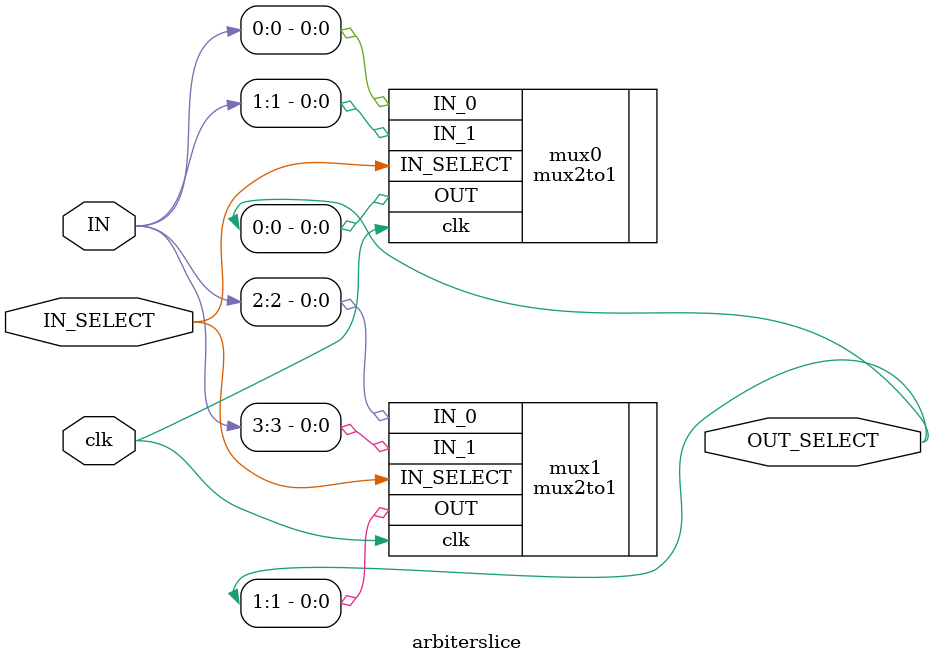
<source format=v>
`ifndef arbiterslice
`define arbiterslice

`include "mux2to1.v"



  module arbiterslice(
    input clk,
    input [3:0] IN,
    
    
    input IN_SELECT,
    output reg [1:0] OUT_SELECT
  );

    mux2to1 mux0(.clk(clk), .IN_0(IN[0]), .IN_1(IN[1]),.IN_SELECT(IN_SELECT), .OUT(OUT_SELECT[0]));  
    mux2to1 mux1(.clk(clk), .IN_0(IN[2]), .IN_1(IN[3]),.IN_SELECT(IN_SELECT), .OUT(OUT_SELECT[1]));  

   
   // always @(posedge clk)
     // OUT <= IN_SELECT ? IN_1 : IN_0;
      
      
  endmodule


`endif

</source>
